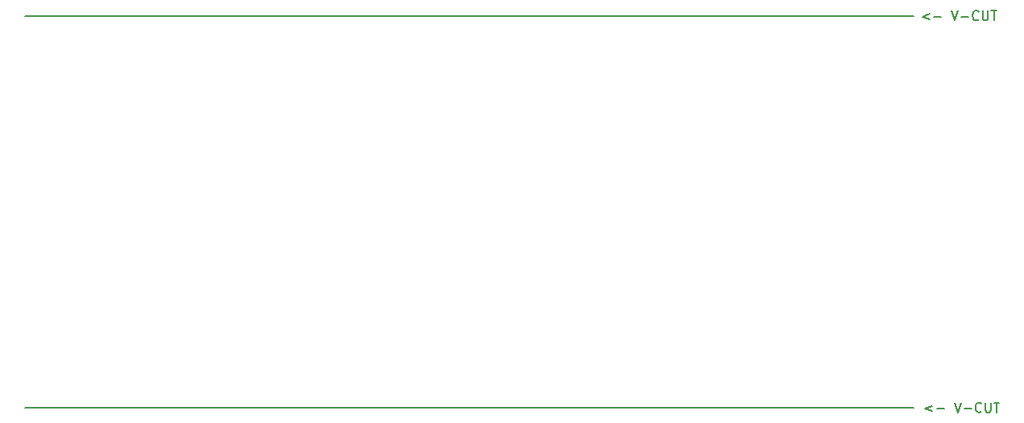
<source format=gko>
G04 #@! TF.GenerationSoftware,KiCad,Pcbnew,(5.1.12)-1*
G04 #@! TF.CreationDate,2023-06-19T18:47:52+09:00*
G04 #@! TF.ProjectId,LED_Sphere_3V-TypeA-Panelized,4c45445f-5370-4686-9572-655f33562d54,rev?*
G04 #@! TF.SameCoordinates,PX5f5e100PY68e7780*
G04 #@! TF.FileFunction,Other,ECO2*
%FSLAX46Y46*%
G04 Gerber Fmt 4.6, Leading zero omitted, Abs format (unit mm)*
G04 Created by KiCad (PCBNEW (5.1.12)-1) date 2023-06-19 18:47:52*
%MOMM*%
%LPD*%
G01*
G04 APERTURE LIST*
%ADD10C,0.150000*%
G04 APERTURE END LIST*
D10*
X89738571Y194286D02*
X88976666Y-91428D01*
X89738571Y-377142D01*
X90214761Y-91428D02*
X90976666Y-91428D01*
X92071904Y527620D02*
X92405238Y-472380D01*
X92738571Y527620D01*
X93071904Y-91428D02*
X93833809Y-91428D01*
X94881428Y-377142D02*
X94833809Y-424761D01*
X94690952Y-472380D01*
X94595714Y-472380D01*
X94452857Y-424761D01*
X94357619Y-329523D01*
X94310000Y-234285D01*
X94262380Y-43809D01*
X94262380Y99048D01*
X94310000Y289524D01*
X94357619Y384762D01*
X94452857Y480000D01*
X94595714Y527620D01*
X94690952Y527620D01*
X94833809Y480000D01*
X94881428Y432381D01*
X95310000Y527620D02*
X95310000Y-281904D01*
X95357619Y-377142D01*
X95405238Y-424761D01*
X95500476Y-472380D01*
X95690952Y-472380D01*
X95786190Y-424761D01*
X95833809Y-377142D01*
X95881428Y-281904D01*
X95881428Y527620D01*
X96214761Y527620D02*
X96786190Y527620D01*
X96500476Y-472380D02*
X96500476Y527620D01*
X89448571Y41454286D02*
X88686666Y41168572D01*
X89448571Y40882858D01*
X89924761Y41168572D02*
X90686666Y41168572D01*
X91781904Y41787620D02*
X92115238Y40787620D01*
X92448571Y41787620D01*
X92781904Y41168572D02*
X93543809Y41168572D01*
X94591428Y40882858D02*
X94543809Y40835239D01*
X94400952Y40787620D01*
X94305714Y40787620D01*
X94162857Y40835239D01*
X94067619Y40930477D01*
X94020000Y41025715D01*
X93972380Y41216191D01*
X93972380Y41359048D01*
X94020000Y41549524D01*
X94067619Y41644762D01*
X94162857Y41740000D01*
X94305714Y41787620D01*
X94400952Y41787620D01*
X94543809Y41740000D01*
X94591428Y41692381D01*
X95020000Y41787620D02*
X95020000Y40978096D01*
X95067619Y40882858D01*
X95115238Y40835239D01*
X95210476Y40787620D01*
X95400952Y40787620D01*
X95496190Y40835239D01*
X95543809Y40882858D01*
X95591428Y40978096D01*
X95591428Y41787620D01*
X95924761Y41787620D02*
X96496190Y41787620D01*
X96210476Y40787620D02*
X96210476Y41787620D01*
X87800000Y0D02*
X-5600000Y0D01*
X87800000Y41220000D02*
X-5600000Y41220000D01*
M02*

</source>
